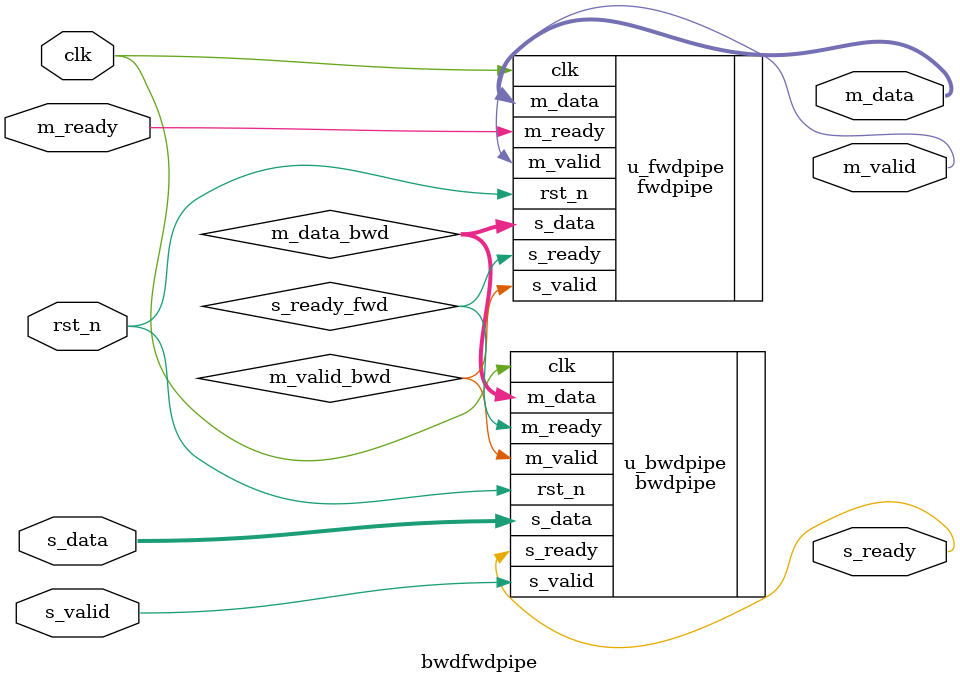
<source format=v>
/*-----------------------------------------
file name  : bwdfwdpipe.v
created    : 2025/06/14 23:38:14
modified   : 2025-06-14 23:52:10
description: 
notes      : 
author     : yyrwkk
-----------------------------------------*/
module bwdfwdpipe # (
    parameter DWIDTH = 32 
)(
    input               clk     ,
    input               rst_n   ,

    input               s_valid ,
    input  [DWIDTH-1:0] s_data  ,
    output              s_ready ,

    output              m_valid ,
    output [DWIDTH-1:0] m_data  ,
    input               m_ready  
);

wire              m_valid_bwd;
wire [DWIDTH-1:0] m_data_bwd ;
wire              s_ready_fwd;

bwdpipe # (
    .DWIDTH ( DWIDTH ) 
) u_bwdpipe (
    .clk     (clk         ),  
    .rst_n   (rst_n       ),
           
    .s_valid (s_valid     ),
    .s_data  (s_data      ), 
    .s_ready (s_ready     ),
           
    .m_valid (m_valid_bwd ),
    .m_data  (m_data_bwd  ), 
    .m_ready (s_ready_fwd )
);

fwdpipe # (
    .DWIDTH ( DWIDTH )
) u_fwdpipe (
    .clk     (clk         ),  
    .rst_n   (rst_n       ),
           
    .s_valid (m_valid_bwd ),
    .s_data  (m_data_bwd  ), 
    .s_ready (s_ready_fwd ),
           
    .m_valid (m_valid     ),
    .m_data  (m_data      ), 
    .m_ready (m_ready     )
);

endmodule

</source>
